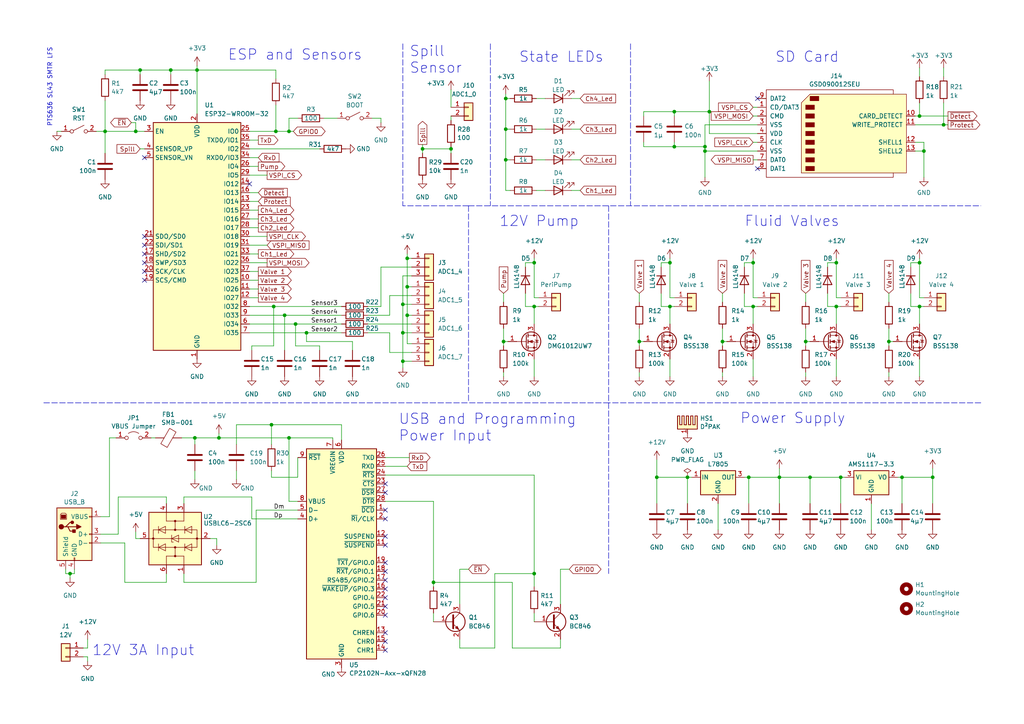
<source format=kicad_sch>
(kicad_sch (version 20230121) (generator eeschema)
  (paper "A4")
  (title_block (title "Plantomation") (date "2023-11-24") (rev "Version 1.0") (company "Synthron"))
  (junction (at 154.94 76.2))
  (junction (at 273.685 36.195))
  (junction (at 204.47 42.545))
  (junction (at 83.82 38.1))
  (junction (at 154.94 88.9))
  (junction (at 154.94 166.37))
  (junction (at 261.62 138.43))
  (junction (at 63.5 127))
  (junction (at 122.555 43.18))
  (junction (at 88.9 96.52))
  (junction (at 190.5 138.43))
  (junction (at 242.57 88.9))
  (junction (at 226.06 138.43))
  (junction (at 195.58 42.545))
  (junction (at 266.7 33.655))
  (junction (at 56.515 127))
  (junction (at 185.42 99.06))
  (junction (at 146.685 37.465))
  (junction (at 118.11 91.44))
  (junction (at 30.48 38.1))
  (junction (at 82.55 91.44))
  (junction (at 199.39 138.43))
  (junction (at 195.58 32.385))
  (junction (at 116.84 104.775))
  (junction (at 118.11 83.185))
  (junction (at 266.7 88.9))
  (junction (at 204.47 43.815))
  (junction (at 234.95 138.43))
  (junction (at 270.51 138.43))
  (junction (at 194.31 76.2))
  (junction (at 243.84 138.43))
  (junction (at 267.97 43.815))
  (junction (at 83.82 127))
  (junction (at 49.53 20.32))
  (junction (at 146.685 28.575))
  (junction (at 242.57 76.2))
  (junction (at 233.68 99.06))
  (junction (at 218.44 88.9))
  (junction (at 40.64 20.32))
  (junction (at 266.7 76.2))
  (junction (at 218.44 76.2))
  (junction (at 257.81 99.06))
  (junction (at 118.11 74.93))
  (junction (at 85.725 93.98))
  (junction (at 78.74 123.19))
  (junction (at 194.31 88.9))
  (junction (at 79.375 88.9))
  (junction (at 205.74 32.385))
  (junction (at 20.32 166.37))
  (junction (at 130.81 43.18))
  (junction (at 39.37 38.1))
  (junction (at 146.05 99.06))
  (junction (at 217.17 138.43))
  (junction (at 146.685 46.355))
  (junction (at 209.55 99.06))
  (junction (at 116.84 96.52))
  (junction (at 116.84 88.265))
  (junction (at 80.01 38.1))
  (junction (at 125.73 168.91))
  (junction (at 57.15 20.32))
  (no_connect (at 111.76 158.115))
  (no_connect (at 41.91 76.2))
  (no_connect (at 111.76 178.435))
  (no_connect (at 111.76 165.735))
  (no_connect (at 111.76 168.275))
  (no_connect (at 111.76 140.335))
  (no_connect (at 111.76 163.195))
  (no_connect (at 111.76 188.595))
  (no_connect (at 111.76 142.875))
  (no_connect (at 219.71 28.575))
  (no_connect (at 111.76 183.515))
  (no_connect (at 41.91 68.58))
  (no_connect (at 111.76 150.495))
  (no_connect (at 41.91 78.74))
  (no_connect (at 111.76 186.055))
  (no_connect (at 111.76 173.355))
  (no_connect (at 111.76 147.955))
  (no_connect (at 219.71 48.895))
  (no_connect (at 111.76 170.815))
  (no_connect (at 41.91 71.12))
  (no_connect (at 72.39 53.34))
  (no_connect (at 41.91 45.72))
  (no_connect (at 41.91 73.66))
  (no_connect (at 41.91 81.28))
  (no_connect (at 111.76 175.895))
  (no_connect (at 111.76 155.575))
  (wire (pts (xy 195.58 33.655) (xy 195.58 32.385)))
  (wire (pts (xy 273.685 36.195) (xy 265.43 36.195)))
  (wire (pts (xy 215.9 138.43) (xy 217.17 138.43)))
  (wire (pts (xy 29.21 157.48) (xy 36.195 157.48)))
  (wire (pts (xy 195.58 32.385) (xy 205.74 32.385)))
  (wire (pts (xy 30.48 29.21) (xy 30.48 38.1)))
  (wire (pts (xy 30.48 38.1) (xy 30.48 44.45)))
  (wire (pts (xy 156.21 88.9) (xy 154.94 88.9)))
  (wire (pts (xy 209.55 95.25) (xy 209.55 99.06)))
  (wire (pts (xy 146.685 55.245) (xy 146.685 46.355)))
  (wire (pts (xy 155.575 46.355) (xy 158.115 46.355)))
  (wire (pts (xy 56.515 127) (xy 56.515 128.905)))
  (wire (pts (xy 243.84 88.9) (xy 242.57 88.9)))
  (wire (pts (xy 88.9 99.06) (xy 88.9 96.52)))
  (wire (pts (xy 111.76 132.715) (xy 118.745 132.715)))
  (wire (pts (xy 165.735 28.575) (xy 168.275 28.575)))
  (wire (pts (xy 25.4 187.96) (xy 25.4 185.42)))
  (wire (pts (xy 194.31 74.93) (xy 194.31 76.2)))
  (wire (pts (xy 190.5 133.35) (xy 190.5 138.43)))
  (wire (pts (xy 57.15 19.05) (xy 57.15 20.32)))
  (wire (pts (xy 218.44 31.115) (xy 219.71 31.115)))
  (wire (pts (xy 39.37 156.21) (xy 40.64 156.21)))
  (wire (pts (xy 152.4 76.2) (xy 154.94 76.2)))
  (wire (pts (xy 116.84 104.775) (xy 119.38 104.775)))
  (wire (pts (xy 146.05 95.25) (xy 146.05 99.06)))
  (wire (pts (xy 73.025 100.33) (xy 79.375 100.33)))
  (wire (pts (xy 72.39 68.58) (xy 77.47 68.58)))
  (wire (pts (xy 215.9 76.2) (xy 218.44 76.2)))
  (wire (pts (xy 205.74 23.495) (xy 205.74 32.385)))
  (wire (pts (xy 78.74 123.19) (xy 78.74 128.905)))
  (wire (pts (xy 270.51 135.89) (xy 270.51 138.43)))
  (wire (pts (xy 122.555 41.91) (xy 122.555 43.18)))
  (wire (pts (xy 133.35 185.42) (xy 133.35 187.96)))
  (wire (pts (xy 86.36 138.43) (xy 86.36 132.715)))
  (wire (pts (xy 31.75 127) (xy 33.655 127)))
  (wire (pts (xy 257.81 99.06) (xy 259.08 99.06)))
  (wire (pts (xy 72.39 50.8) (xy 77.47 50.8)))
  (wire (pts (xy 86.36 145.415) (xy 83.82 145.415)))
  (wire (pts (xy 79.375 88.9) (xy 99.06 88.9)))
  (wire (pts (xy 218.44 86.36) (xy 219.71 86.36)))
  (wire (pts (xy 99.06 96.52) (xy 88.9 96.52)))
  (wire (pts (xy 92.71 101.6) (xy 92.71 100.33)))
  (wire (pts (xy 118.11 83.185) (xy 118.11 91.44)))
  (wire (pts (xy 146.685 28.575) (xy 146.685 27.305)))
  (wire (pts (xy 53.34 144.145) (xy 53.34 146.05)))
  (wire (pts (xy 72.39 63.5) (xy 74.93 63.5)))
  (wire (pts (xy 267.97 41.275) (xy 265.43 41.275)))
  (wire (pts (xy 204.47 51.435) (xy 204.47 43.815)))
  (wire (pts (xy 205.74 32.385) (xy 205.74 38.735)))
  (polyline (pts (xy 176.53 116.84) (xy 176.53 166.37)) (stroke (width 0) (type dash)))
  (polyline (pts (xy 176.53 59.69) (xy 176.53 116.84)) (stroke (width 0) (type dash)))
  (wire (pts (xy 257.81 85.09) (xy 257.81 87.63)))
  (wire (pts (xy 43.815 127) (xy 45.085 127)))
  (wire (pts (xy 111.76 135.255) (xy 118.11 135.255)))
  (wire (pts (xy 130.81 26.035) (xy 130.81 31.115)))
  (wire (pts (xy 165.735 55.245) (xy 168.275 55.245)))
  (wire (pts (xy 215.9 77.47) (xy 215.9 76.2)))
  (wire (pts (xy 34.29 154.94) (xy 29.21 154.94)))
  (wire (pts (xy 113.03 91.44) (xy 106.68 91.44)))
  (wire (pts (xy 72.39 73.66) (xy 74.93 73.66)))
  (wire (pts (xy 233.68 109.22) (xy 233.68 107.95)))
  (wire (pts (xy 191.77 76.2) (xy 194.31 76.2)))
  (wire (pts (xy 82.55 91.44) (xy 72.39 91.44)))
  (wire (pts (xy 48.26 166.37) (xy 48.26 168.91)))
  (polyline (pts (xy 135.89 59.69) (xy 116.84 59.69)) (stroke (width 0) (type dash)))
  (wire (pts (xy 52.705 127) (xy 56.515 127)))
  (polyline (pts (xy 12.7 116.84) (xy 176.53 116.84)) (stroke (width 0) (type dash)))
  (wire (pts (xy 133.35 187.96) (xy 143.51 187.96)))
  (wire (pts (xy 34.29 154.94) (xy 34.29 144.145)))
  (wire (pts (xy 273.685 19.685) (xy 273.685 22.225)))
  (wire (pts (xy 185.42 99.06) (xy 185.42 100.33)))
  (wire (pts (xy 118.11 74.93) (xy 119.38 74.93)))
  (wire (pts (xy 143.51 166.37) (xy 154.94 166.37)))
  (wire (pts (xy 195.58 88.9) (xy 194.31 88.9)))
  (wire (pts (xy 219.71 36.195) (xy 204.47 36.195)))
  (wire (pts (xy 267.97 43.815) (xy 267.97 41.275)))
  (polyline (pts (xy 116.84 12.7) (xy 116.84 59.69)) (stroke (width 0) (type dash)))
  (wire (pts (xy 72.39 60.96) (xy 74.93 60.96)))
  (wire (pts (xy 72.39 45.72) (xy 74.93 45.72)))
  (wire (pts (xy 267.97 88.9) (xy 266.7 88.9)))
  (wire (pts (xy 266.7 86.36) (xy 267.97 86.36)))
  (wire (pts (xy 72.39 66.04) (xy 74.93 66.04)))
  (wire (pts (xy 209.55 99.06) (xy 209.55 100.33)))
  (wire (pts (xy 56.515 136.525) (xy 56.515 139.065)))
  (wire (pts (xy 215.9 88.9) (xy 218.44 88.9)))
  (wire (pts (xy 215.9 85.09) (xy 215.9 88.9)))
  (wire (pts (xy 78.74 136.525) (xy 78.74 138.43)))
  (wire (pts (xy 48.26 144.145) (xy 48.26 146.05)))
  (wire (pts (xy 146.685 46.355) (xy 147.955 46.355)))
  (wire (pts (xy 72.39 38.1) (xy 80.01 38.1)))
  (wire (pts (xy 146.685 28.575) (xy 147.955 28.575)))
  (wire (pts (xy 186.69 42.545) (xy 195.58 42.545)))
  (wire (pts (xy 185.42 85.09) (xy 185.42 87.63)))
  (wire (pts (xy 125.73 168.91) (xy 125.73 145.415)))
  (wire (pts (xy 118.11 73.66) (xy 118.11 74.93)))
  (wire (pts (xy 99.06 91.44) (xy 82.55 91.44)))
  (wire (pts (xy 186.69 32.385) (xy 195.58 32.385)))
  (wire (pts (xy 113.03 85.725) (xy 113.03 91.44)))
  (wire (pts (xy 130.81 43.18) (xy 122.555 43.18)))
  (wire (pts (xy 62.865 156.21) (xy 62.865 158.115)))
  (wire (pts (xy 154.94 76.2) (xy 154.94 86.36)))
  (wire (pts (xy 155.575 37.465) (xy 158.115 37.465)))
  (wire (pts (xy 152.4 88.9) (xy 154.94 88.9)))
  (wire (pts (xy 80.01 22.86) (xy 80.01 20.32)))
  (wire (pts (xy 257.81 99.06) (xy 257.81 100.33)))
  (wire (pts (xy 194.31 76.2) (xy 194.31 86.36)))
  (wire (pts (xy 118.11 91.44) (xy 119.38 91.44)))
  (wire (pts (xy 162.56 165.1) (xy 162.56 175.26)))
  (wire (pts (xy 270.51 146.05) (xy 270.51 138.43)))
  (wire (pts (xy 162.56 185.42) (xy 162.56 187.96)))
  (wire (pts (xy 118.11 83.185) (xy 119.38 83.185)))
  (wire (pts (xy 242.57 86.36) (xy 243.84 86.36)))
  (wire (pts (xy 113.03 102.235) (xy 113.03 96.52)))
  (wire (pts (xy 29.21 149.86) (xy 31.75 149.86)))
  (wire (pts (xy 194.31 109.22) (xy 194.31 104.14)))
  (wire (pts (xy 57.15 20.32) (xy 57.15 33.02)))
  (wire (pts (xy 240.03 88.9) (xy 242.57 88.9)))
  (polyline (pts (xy 135.89 59.69) (xy 135.89 116.205)) (stroke (width 0) (type dash)))
  (wire (pts (xy 243.84 138.43) (xy 245.11 138.43)))
  (wire (pts (xy 40.64 43.18) (xy 41.91 43.18)))
  (wire (pts (xy 24.13 187.96) (xy 25.4 187.96)))
  (wire (pts (xy 209.55 85.09) (xy 209.55 87.63)))
  (wire (pts (xy 265.43 43.815) (xy 267.97 43.815)))
  (wire (pts (xy 204.47 42.545) (xy 204.47 43.815)))
  (wire (pts (xy 92.71 100.33) (xy 85.725 100.33)))
  (wire (pts (xy 130.81 43.18) (xy 130.81 44.45)))
  (wire (pts (xy 88.9 96.52) (xy 72.39 96.52)))
  (wire (pts (xy 27.94 38.1) (xy 30.48 38.1)))
  (wire (pts (xy 218.44 88.9) (xy 218.44 93.98)))
  (wire (pts (xy 154.94 86.36) (xy 156.21 86.36)))
  (wire (pts (xy 85.725 100.33) (xy 85.725 93.98)))
  (wire (pts (xy 146.685 37.465) (xy 146.685 28.575)))
  (wire (pts (xy 205.74 38.735) (xy 219.71 38.735)))
  (wire (pts (xy 125.73 177.8) (xy 125.73 180.34)))
  (wire (pts (xy 146.685 37.465) (xy 147.955 37.465)))
  (wire (pts (xy 273.685 29.845) (xy 273.685 36.195)))
  (wire (pts (xy 99.06 127.635) (xy 99.06 123.19)))
  (wire (pts (xy 190.5 138.43) (xy 190.5 146.05)))
  (wire (pts (xy 73.025 150.495) (xy 86.36 150.495)))
  (wire (pts (xy 191.77 77.47) (xy 191.77 76.2)))
  (wire (pts (xy 135.89 165.1) (xy 133.35 165.1)))
  (wire (pts (xy 116.84 88.265) (xy 116.84 96.52)))
  (wire (pts (xy 218.44 41.275) (xy 219.71 41.275)))
  (wire (pts (xy 154.94 166.37) (xy 154.94 137.795)))
  (wire (pts (xy 20.32 166.37) (xy 21.59 166.37)))
  (wire (pts (xy 217.17 138.43) (xy 217.17 146.05)))
  (wire (pts (xy 82.55 91.44) (xy 82.55 101.6)))
  (wire (pts (xy 185.42 99.06) (xy 186.69 99.06)))
  (wire (pts (xy 80.01 38.1) (xy 83.82 38.1)))
  (wire (pts (xy 78.74 138.43) (xy 86.36 138.43)))
  (polyline (pts (xy 182.88 12.7) (xy 182.88 59.69)) (stroke (width 0) (type dash)))
  (wire (pts (xy 233.68 85.09) (xy 233.68 87.63)))
  (wire (pts (xy 96.52 127.635) (xy 96.52 127)))
  (wire (pts (xy 266.7 29.845) (xy 266.7 33.655)))
  (wire (pts (xy 93.98 34.29) (xy 97.79 34.29)))
  (wire (pts (xy 208.28 146.05) (xy 208.28 153.67)))
  (wire (pts (xy 273.685 36.195) (xy 274.955 36.195)))
  (wire (pts (xy 130.81 33.655) (xy 130.81 34.925)))
  (wire (pts (xy 72.39 76.2) (xy 77.47 76.2)))
  (wire (pts (xy 21.59 166.37) (xy 21.59 165.1)))
  (wire (pts (xy 116.84 96.52) (xy 116.84 104.775)))
  (wire (pts (xy 74.295 168.91) (xy 53.34 168.91)))
  (wire (pts (xy 185.42 95.25) (xy 185.42 99.06)))
  (wire (pts (xy 78.74 123.19) (xy 68.58 123.19)))
  (wire (pts (xy 125.73 145.415) (xy 111.76 145.415)))
  (wire (pts (xy 72.39 40.64) (xy 74.93 40.64)))
  (wire (pts (xy 240.03 85.09) (xy 240.03 88.9)))
  (wire (pts (xy 106.68 93.98) (xy 119.38 93.98)))
  (wire (pts (xy 226.06 138.43) (xy 226.06 135.89)))
  (wire (pts (xy 19.05 165.1) (xy 19.05 166.37)))
  (wire (pts (xy 72.39 71.12) (xy 77.47 71.12)))
  (wire (pts (xy 118.11 91.44) (xy 118.11 99.695)))
  (wire (pts (xy 72.39 78.74) (xy 74.93 78.74)))
  (wire (pts (xy 96.52 127) (xy 83.82 127)))
  (wire (pts (xy 86.36 34.29) (xy 83.82 34.29)))
  (wire (pts (xy 83.82 38.1) (xy 85.09 38.1)))
  (wire (pts (xy 72.39 86.36) (xy 74.93 86.36)))
  (wire (pts (xy 57.15 20.32) (xy 49.53 20.32)))
  (wire (pts (xy 264.16 88.9) (xy 266.7 88.9)))
  (wire (pts (xy 155.575 55.245) (xy 158.115 55.245)))
  (wire (pts (xy 130.81 42.545) (xy 130.81 43.18)))
  (wire (pts (xy 73.025 150.495) (xy 73.025 144.145)))
  (wire (pts (xy 116.84 88.265) (xy 119.38 88.265)))
  (wire (pts (xy 122.555 43.18) (xy 122.555 44.45)))
  (wire (pts (xy 110.49 35.56) (xy 110.49 34.29)))
  (wire (pts (xy 240.03 77.47) (xy 240.03 76.2)))
  (wire (pts (xy 233.68 99.06) (xy 233.68 100.33)))
  (wire (pts (xy 19.05 166.37) (xy 20.32 166.37)))
  (wire (pts (xy 252.73 146.05) (xy 252.73 153.67)))
  (wire (pts (xy 266.7 33.655) (xy 265.43 33.655)))
  (wire (pts (xy 154.94 88.9) (xy 154.94 93.98)))
  (wire (pts (xy 53.34 168.91) (xy 53.34 166.37)))
  (wire (pts (xy 80.01 20.32) (xy 57.15 20.32)))
  (wire (pts (xy 261.62 138.43) (xy 270.51 138.43)))
  (wire (pts (xy 72.39 55.88) (xy 74.93 55.88)))
  (wire (pts (xy 146.685 55.245) (xy 147.955 55.245)))
  (wire (pts (xy 209.55 99.06) (xy 210.82 99.06)))
  (wire (pts (xy 191.77 85.09) (xy 191.77 88.9)))
  (wire (pts (xy 186.69 33.655) (xy 186.69 32.385)))
  (polyline (pts (xy 142.24 12.7) (xy 142.24 59.69)) (stroke (width 0) (type dash)))
  (wire (pts (xy 146.05 109.22) (xy 146.05 107.95)))
  (wire (pts (xy 38.1 35.56) (xy 39.37 35.56)))
  (wire (pts (xy 63.5 125.73) (xy 63.5 127)))
  (wire (pts (xy 194.31 86.36) (xy 195.58 86.36)))
  (wire (pts (xy 233.68 99.06) (xy 234.95 99.06)))
  (wire (pts (xy 110.49 77.47) (xy 110.49 88.9)))
  (wire (pts (xy 218.44 46.355) (xy 219.71 46.355)))
  (wire (pts (xy 218.44 109.22) (xy 218.44 104.14)))
  (wire (pts (xy 243.84 138.43) (xy 243.84 146.05)))
  (wire (pts (xy 191.77 88.9) (xy 194.31 88.9)))
  (wire (pts (xy 118.11 99.695) (xy 119.38 99.695)))
  (wire (pts (xy 165.735 37.465) (xy 168.275 37.465)))
  (wire (pts (xy 261.62 138.43) (xy 260.35 138.43)))
  (wire (pts (xy 152.4 85.09) (xy 152.4 88.9)))
  (wire (pts (xy 264.16 76.2) (xy 266.7 76.2)))
  (wire (pts (xy 72.39 83.82) (xy 74.93 83.82)))
  (polyline (pts (xy 135.89 59.69) (xy 284.48 59.69)) (stroke (width 0) (type dash)))
  (wire (pts (xy 266.7 109.22) (xy 266.7 104.14)))
  (wire (pts (xy 218.44 74.93) (xy 218.44 76.2)))
  (wire (pts (xy 68.58 136.525) (xy 68.58 139.065)))
  (wire (pts (xy 261.62 146.05) (xy 261.62 138.43)))
  (wire (pts (xy 219.71 88.9) (xy 218.44 88.9)))
  (wire (pts (xy 199.39 146.05) (xy 199.39 138.43)))
  (wire (pts (xy 79.375 100.33) (xy 79.375 88.9)))
  (wire (pts (xy 72.39 93.98) (xy 85.725 93.98)))
  (polyline (pts (xy 284.48 116.84) (xy 176.53 116.84)) (stroke (width 0) (type dash)))
  (wire (pts (xy 218.44 33.655) (xy 219.71 33.655)))
  (wire (pts (xy 266.7 19.685) (xy 266.7 22.225)))
  (wire (pts (xy 154.94 170.18) (xy 154.94 166.37)))
  (wire (pts (xy 99.06 123.19) (xy 78.74 123.19)))
  (wire (pts (xy 154.94 137.795) (xy 111.76 137.795)))
  (wire (pts (xy 148.59 187.96) (xy 148.59 168.91)))
  (wire (pts (xy 60.96 156.21) (xy 62.865 156.21)))
  (wire (pts (xy 146.05 85.09) (xy 146.05 87.63)))
  (wire (pts (xy 83.82 145.415) (xy 83.82 127)))
  (wire (pts (xy 242.57 76.2) (xy 242.57 86.36)))
  (wire (pts (xy 218.44 76.2) (xy 218.44 86.36)))
  (wire (pts (xy 242.57 74.93) (xy 242.57 76.2)))
  (wire (pts (xy 148.59 168.91) (xy 125.73 168.91)))
  (wire (pts (xy 154.94 74.93) (xy 154.94 76.2)))
  (wire (pts (xy 119.38 102.235) (xy 113.03 102.235)))
  (wire (pts (xy 266.7 74.93) (xy 266.7 76.2)))
  (wire (pts (xy 217.17 138.43) (xy 226.06 138.43)))
  (wire (pts (xy 155.575 28.575) (xy 158.115 28.575)))
  (wire (pts (xy 36.195 168.91) (xy 48.26 168.91)))
  (wire (pts (xy 31.75 149.86) (xy 31.75 127)))
  (wire (pts (xy 257.81 95.25) (xy 257.81 99.06)))
  (wire (pts (xy 30.48 20.32) (xy 30.48 21.59)))
  (wire (pts (xy 102.235 101.6) (xy 102.235 99.06)))
  (wire (pts (xy 17.78 38.1) (xy 16.51 38.1)))
  (wire (pts (xy 63.5 127) (xy 83.82 127)))
  (wire (pts (xy 113.03 96.52) (xy 106.68 96.52)))
  (wire (pts (xy 185.42 109.22) (xy 185.42 107.95)))
  (wire (pts (xy 143.51 187.96) (xy 143.51 166.37)))
  (wire (pts (xy 267.97 51.435) (xy 267.97 43.815)))
  (wire (pts (xy 146.685 46.355) (xy 146.685 37.465)))
  (wire (pts (xy 119.38 77.47) (xy 110.49 77.47)))
  (wire (pts (xy 226.06 138.43) (xy 234.95 138.43)))
  (wire (pts (xy 72.39 81.28) (xy 74.93 81.28)))
  (wire (pts (xy 234.95 138.43) (xy 234.95 146.05)))
  (wire (pts (xy 264.16 85.09) (xy 264.16 88.9)))
  (wire (pts (xy 233.68 95.25) (xy 233.68 99.06)))
  (wire (pts (xy 146.05 99.06) (xy 146.05 100.33)))
  (wire (pts (xy 39.37 35.56) (xy 39.37 38.1)))
  (wire (pts (xy 74.295 147.955) (xy 74.295 168.91)))
  (wire (pts (xy 92.71 43.18) (xy 72.39 43.18)))
  (wire (pts (xy 165.735 46.355) (xy 168.275 46.355)))
  (wire (pts (xy 204.47 36.195) (xy 204.47 42.545)))
  (wire (pts (xy 116.84 80.01) (xy 119.38 80.01)))
  (wire (pts (xy 204.47 43.815) (xy 219.71 43.815)))
  (wire (pts (xy 242.57 109.22) (xy 242.57 104.14)))
  (wire (pts (xy 39.37 154.305) (xy 39.37 156.21)))
  (wire (pts (xy 209.55 109.22) (xy 209.55 107.95)))
  (wire (pts (xy 20.32 166.37) (xy 20.32 167.64)))
  (wire (pts (xy 194.31 88.9) (xy 194.31 93.98)))
  (wire (pts (xy 49.53 20.32) (xy 40.64 20.32)))
  (wire (pts (xy 110.49 88.9) (xy 106.68 88.9)))
  (wire (pts (xy 118.11 74.93) (xy 118.11 83.185)))
  (wire (pts (xy 119.38 85.725) (xy 113.03 85.725)))
  (wire (pts (xy 154.94 109.22) (xy 154.94 104.14)))
  (wire (pts (xy 73.025 101.6) (xy 73.025 100.33)))
  (wire (pts (xy 190.5 138.43) (xy 199.39 138.43)))
  (wire (pts (xy 83.82 34.29) (xy 83.82 38.1)))
  (wire (pts (xy 242.57 88.9) (xy 242.57 93.98)))
  (wire (pts (xy 154.94 177.8) (xy 154.94 180.34)))
  (wire (pts (xy 53.34 144.145) (xy 73.025 144.145)))
  (wire (pts (xy 116.84 88.265) (xy 116.84 80.01)))
  (wire (pts (xy 234.95 138.43) (xy 243.84 138.43)))
  (wire (pts (xy 240.03 76.2) (xy 242.57 76.2)))
  (wire (pts (xy 165.1 165.1) (xy 162.56 165.1)))
  (wire (pts (xy 40.64 20.32) (xy 40.64 21.59)))
  (wire (pts (xy 24.13 190.5) (xy 25.4 190.5)))
  (wire (pts (xy 34.29 144.145) (xy 48.26 144.145)))
  (wire (pts (xy 257.81 109.22) (xy 257.81 107.95)))
  (wire (pts (xy 102.235 99.06) (xy 88.9 99.06)))
  (wire (pts (xy 116.84 106.68) (xy 116.84 104.775)))
  (wire (pts (xy 72.39 48.26) (xy 74.93 48.26)))
  (wire (pts (xy 199.39 138.43) (xy 200.66 138.43)))
  (wire (pts (xy 195.58 41.275) (xy 195.58 42.545)))
  (wire (pts (xy 72.39 88.9) (xy 79.375 88.9)))
  (wire (pts (xy 80.01 30.48) (xy 80.01 38.1)))
  (wire (pts (xy 40.64 20.32) (xy 30.48 20.32)))
  (wire (pts (xy 85.725 93.98) (xy 99.06 93.98)))
  (wire (pts (xy 264.16 77.47) (xy 264.16 76.2)))
  (wire (pts (xy 266.7 33.655) (xy 274.955 33.655)))
  (wire (pts (xy 30.48 38.1) (xy 39.37 38.1)))
  (wire (pts (xy 116.84 96.52) (xy 119.38 96.52)))
  (wire (pts (xy 266.7 76.2) (xy 266.7 86.36)))
  (wire (pts (xy 133.35 165.1) (xy 133.35 175.26)))
  (wire (pts (xy 56.515 127) (xy 63.5 127)))
  (wire (pts (xy 86.36 147.955) (xy 74.295 147.955)))
  (wire (pts (xy 226.06 138.43) (xy 226.06 146.05)))
  (wire (pts (xy 25.4 190.5) (xy 25.4 191.77)))
  (wire (pts (xy 110.49 34.29) (xy 107.95 34.29)))
  (wire (pts (xy 36.195 157.48) (xy 36.195 168.91)))
  (wire (pts (xy 146.05 99.06) (xy 147.32 99.06)))
  (wire (pts (xy 72.39 58.42) (xy 74.93 58.42)))
  (wire (pts (xy 266.7 88.9) (xy 266.7 93.98)))
  (wire (pts (xy 162.56 187.96) (xy 148.59 187.96)))
  (wire (pts (xy 195.58 42.545) (xy 204.47 42.545)))
  (wire (pts (xy 68.58 123.19) (xy 68.58 128.905)))
  (wire (pts (xy 49.53 20.32) (xy 49.53 21.59)))
  (wire (pts (xy 125.73 170.18) (xy 125.73 168.91)))
  (wire (pts (xy 186.69 41.275) (xy 186.69 42.545)))
  (wire (pts (xy 39.37 38.1) (xy 41.91 38.1)))
  (wire (pts (xy 152.4 77.47) (xy 152.4 76.2)))
  (text "State LEDs" (at 150.495 18.415 0) (effects (font (size 3 3)) (justify left bottom)))
  (text "12V 3A Input" (at 26.67 190.5 0) (effects (font (size 3 3)) (justify left bottom)))
  (text "Fluid Valves" (at 215.9 66.04 0) (effects (font (size 3 3)) (justify left bottom)))
  (text "ESP and Sensors" (at 66.04 17.78 0) (effects (font (size 3 3)) (justify left bottom)))
  (text "12V Pump" (at 144.78 66.04 0) (effects (font (size 3 3)) (justify left bottom)))
  (text "SD Card" (at 224.79 18.415 0) (effects (font (size 3 3)) (justify left bottom)))
  (text "Power Supply" (at 214.63 123.19 0) (effects (font (size 3 3)) (justify left bottom)))
  (text "USB and Programming\nPower Input" (at 115.57 128.27 0) (effects (font (size 3 3)) (justify left bottom)))
  (text "Spill\nSensor" (at 118.745 21.59 0) (effects (font (size 3 3)) (justify left bottom)))
  (text "PTS636 SL43 SMTR LFS\n" (at 15.24 36.83 90) (effects (font (size 1.27 1.27)) (justify left bottom)))
  (label "Dp" (at 79.375 150.495 0))
  (label "Sensor2" (at 90.17 96.52 0))
  (label "Sensor3" (at 90.17 88.9 0))
  (label "Sensor1" (at 90.17 93.98 0))
  (label "Sensor4" (at 90.17 91.44 0))
  (label "Dm" (at 79.375 147.955 0))
  (global_label "VSPI_CS" (shape output) (at 77.47 50.8 0) (property "Intersheetrefs" "${INTERSHEET_REFS}" (effects hide)))
  (global_label "Ch4_Led" (shape output) (at 74.93 60.96 0) (property "Intersheetrefs" "${INTERSHEET_REFS}" (effects hide)))
  (global_label "Valve 2" (shape output) (at 74.93 81.28 0) (property "Intersheetrefs" "${INTERSHEET_REFS}" (effects hide)))
  (global_label "Spill" (shape input) (at 40.64 43.18 180) (property "Intersheetrefs" "${INTERSHEET_REFS}" (effects hide)))
  (global_label "TxD" (shape output) (at 74.93 40.64 0) (property "Intersheetrefs" "${INTERSHEET_REFS}" (effects hide)))
  (global_label "~{Protect}" (shape input) (at 74.93 58.42 0) (property "Intersheetrefs" "${INTERSHEET_REFS}" (effects hide)))
  (global_label "TxD" (shape input) (at 118.11 135.255 0) (property "Intersheetrefs" "${INTERSHEET_REFS}" (effects hide)))
  (global_label "VSPI_CLK" (shape output) (at 77.47 68.58 0) (property "Intersheetrefs" "${INTERSHEET_REFS}" (effects hide)))
  (global_label "~{Protect}" (shape output) (at 274.955 36.195 0) (property "Intersheetrefs" "${INTERSHEET_REFS}" (effects hide)))
  (global_label "RxD" (shape input) (at 74.93 45.72 0) (property "Intersheetrefs" "${INTERSHEET_REFS}" (effects hide)))
  (global_label "GPIO0" (shape bidirectional) (at 85.09 38.1 0) (property "Intersheetrefs" "${INTERSHEET_REFS}" (effects hide)))
  (global_label "VSPI_MOSI" (shape output) (at 77.47 76.2 0) (property "Intersheetrefs" "${INTERSHEET_REFS}" (effects hide)))
  (global_label "Pump" (shape input) (at 146.05 85.09 90) (property "Intersheetrefs" "${INTERSHEET_REFS}" (effects hide)))
  (global_label "Pump" (shape output) (at 74.93 48.26 0) (property "Intersheetrefs" "${INTERSHEET_REFS}" (effects hide)))
  (global_label "Valve 3" (shape input) (at 233.68 85.09 90) (property "Intersheetrefs" "${INTERSHEET_REFS}" (effects hide)))
  (global_label "VSPI_CLK" (shape input) (at 218.44 41.275 180) (property "Intersheetrefs" "${INTERSHEET_REFS}" (effects hide)))
  (global_label "VSPI_MOSI" (shape input) (at 218.44 33.655 180) (property "Intersheetrefs" "${INTERSHEET_REFS}" (effects hide)))
  (global_label "Valve 3" (shape output) (at 74.93 83.82 0) (property "Intersheetrefs" "${INTERSHEET_REFS}" (effects hide)))
  (global_label "Valve 1" (shape input) (at 185.42 85.09 90) (property "Intersheetrefs" "${INTERSHEET_REFS}" (effects hide)))
  (global_label "Ch2_Led" (shape input) (at 168.275 46.355 0) (property "Intersheetrefs" "${INTERSHEET_REFS}" (effects hide)))
  (global_label "VSPI_MISO" (shape output) (at 218.44 46.355 180) (property "Intersheetrefs" "${INTERSHEET_REFS}" (effects hide)))
  (global_label "Ch1_Led" (shape output) (at 74.93 73.66 0) (property "Intersheetrefs" "${INTERSHEET_REFS}" (effects hide)))
  (global_label "~{EN}" (shape bidirectional) (at 38.1 35.56 180) (property "Intersheetrefs" "${INTERSHEET_REFS}" (effects hide)))
  (global_label "Ch3_Led" (shape output) (at 74.93 63.5 0) (property "Intersheetrefs" "${INTERSHEET_REFS}" (effects hide)))
  (global_label "RxD" (shape output) (at 118.745 132.715 0) (property "Intersheetrefs" "${INTERSHEET_REFS}" (effects hide)))
  (global_label "Valve 4" (shape input) (at 257.81 85.09 90) (property "Intersheetrefs" "${INTERSHEET_REFS}" (effects hide)))
  (global_label "Ch2_Led" (shape output) (at 74.93 66.04 0) (property "Intersheetrefs" "${INTERSHEET_REFS}" (effects hide)))
  (global_label "Ch1_Led" (shape input) (at 168.275 55.245 0) (property "Intersheetrefs" "${INTERSHEET_REFS}" (effects hide)))
  (global_label "Valve 1" (shape output) (at 74.93 78.74 0) (property "Intersheetrefs" "${INTERSHEET_REFS}" (effects hide)))
  (global_label "Valve 4" (shape output) (at 74.93 86.36 0) (property "Intersheetrefs" "${INTERSHEET_REFS}" (effects hide)))
  (global_label "~{EN}" (shape bidirectional) (at 135.89 165.1 0) (property "Intersheetrefs" "${INTERSHEET_REFS}" (effects hide)))
  (global_label "VSPI_CS" (shape input) (at 218.44 31.115 180) (property "Intersheetrefs" "${INTERSHEET_REFS}" (effects hide)))
  (global_label "Ch3_Led" (shape input) (at 168.275 37.465 0) (property "Intersheetrefs" "${INTERSHEET_REFS}" (effects hide)))
  (global_label "~{Detect}" (shape input) (at 74.93 55.88 0) (property "Intersheetrefs" "${INTERSHEET_REFS}" (effects hide)))
  (global_label "Ch4_Led" (shape input) (at 168.275 28.575 0) (property "Intersheetrefs" "${INTERSHEET_REFS}" (effects hide)))
  (global_label "VSPI_MISO" (shape input) (at 77.47 71.12 0) (property "Intersheetrefs" "${INTERSHEET_REFS}" (effects hide)))
  (global_label "Spill" (shape output) (at 122.555 41.91 90) (property "Intersheetrefs" "${INTERSHEET_REFS}" (effects hide)))
  (global_label "Valve 2" (shape input) (at 209.55 85.09 90) (property "Intersheetrefs" "${INTERSHEET_REFS}" (effects hide)))
  (global_label "GPIO0" (shape bidirectional) (at 165.1 165.1 0) (property "Intersheetrefs" "${INTERSHEET_REFS}" (effects hide)))
  (global_label "~{Detect}" (shape output) (at 274.955 33.655 0) (property "Intersheetrefs" "${INTERSHEET_REFS}" (effects hide)))
  (symbol (lib_id "power:GND") (at 116.84 106.68 0) (unit 1)
    (property "Reference" "#PWR015" (effects hide))
    (property "Value" "GND" (at 116.84 111.76 0))
  )
  (symbol (lib_id "power:GND") (at 110.49 35.56 0) (unit 1)
    (property "Reference" "#PWR013" (effects hide))
    (property "Value" "GND" (at 110.49 40.64 0))
  )
  (symbol (lib_id "Device:R") (at 90.17 34.29 90) (unit 1)
    (property "Reference" "R3" (at 90.17 31.75 90))
    (property "Value" "100" (at 90.17 34.29 90))
    (property "Footprint" "Resistor_SMD:R_0805_2012Metric" (effects hide))
  )
  (symbol (lib_id "Device:R") (at 151.765 55.245 90) (unit 1)
    (property "Reference" "R8" (at 151.765 52.705 90))
    (property "Value" "1k" (at 151.765 55.245 90))
    (property "Footprint" "Resistor_SMD:R_0805_2012Metric" (effects hide))
  )
  (symbol (lib_id "power:+3V3") (at 57.15 19.05 0) (unit 1)
    (property "Reference" "#PWR08" (effects hide))
    (property "Value" "+3V3" (at 57.15 13.97 0))
  )
  (symbol (lib_id "Device:C") (at 243.84 149.86 0) (unit 1)
    (property "Reference" "C12" (at 246.38 148.59 0) (effects (justify left)))
    (property "Value" "100n" (at 246.38 151.13 0) (effects (justify left)))
    (property "Footprint" "Capacitor_SMD:C_0805_2012Metric" (effects hide))
  )
  (symbol (lib_id "power:+12V") (at 25.4 185.42 0) (unit 1)
    (property "Reference" "#PWR03" (effects hide))
    (property "Value" "+12V" (at 25.4 180.34 0))
  )
  (symbol (lib_id "power:GND") (at 266.7 109.22 0) (unit 1)
    (property "Reference" "#PWR048" (effects hide))
    (property "Value" "GND" (at 266.7 114.3 0))
  )
  (symbol (lib_id "power:GND") (at 130.81 52.07 0) (unit 1)
    (property "Reference" "#PWR059" (effects hide))
    (property "Value" "GND" (at 130.81 57.15 0))
  )
  (symbol (lib_id "Connector_Generic:Conn_01x02") (at 19.05 187.96 0) (mirror y) (unit 1)
    (property "Reference" "J1" (at 19.05 181.61 0))
    (property "Value" "12V" (at 19.05 184.15 0))
    (property "Footprint" "Connector_JST:JST_XH_B2B-XH-A_1x02_P2.50mm_Vertical" (effects hide))
  )
  (symbol (lib_id "Transistor_FET:BSS138") (at 152.4 99.06 0) (unit 1)
    (property "Reference" "Q2" (at 158.75 97.79 0) (effects (justify left)))
    (property "Value" "DMG1012UW7" (at 158.75 100.33 0) (effects (justify left)))
    (property "Footprint" "Package_TO_SOT_SMD:SOT-23" (effects hide))
    (property "Datasheet" "https://cdn-reichelt.de/documents/datenblatt/A200/ZETEX_DMG1012UW_ENG_TDS.pdf" (effects hide))
  )
  (symbol (lib_id "power:GND") (at 252.73 153.67 0) (unit 1)
    (property "Reference" "#PWR041" (effects hide))
    (property "Value" "GND" (at 252.73 158.75 0))
  )
  (symbol (lib_id "power:GND") (at 234.95 153.67 0) (unit 1)
    (property "Reference" "#PWR037" (effects hide))
    (property "Value" "GND" (at 234.95 158.75 0))
  )
  (symbol (lib_id "Transistor_BJT:BC846") (at 160.02 180.34 0) (unit 1)
    (property "Reference" "Q3" (at 165.1 179.07 0) (effects (justify left)))
    (property "Value" "BC846" (at 165.1 181.61 0) (effects (justify left)))
    (property "Footprint" "Package_TO_SOT_SMD:SOT-23" (effects hide))
    (property "Datasheet" "https://assets.nexperia.com/documents/data-sheet/BC846_SER.pdf" (effects hide))
  )
  (symbol (lib_id "power:GND") (at 261.62 153.67 0) (mirror y) (unit 1)
    (property "Reference" "#PWR045" (effects hide))
    (property "Value" "GND" (at 261.62 158.75 0))
  )
  (symbol (lib_id "Connector_Generic:Conn_01x02") (at 161.29 86.36 0) (unit 1)
    (property "Reference" "J7" (at 161.29 80.01 0))
    (property "Value" "PeriPump" (at 161.29 82.55 0))
    (property "Footprint" "Connector_JST:JST_XH_B2B-XH-A_1x02_P2.50mm_Vertical" (effects hide))
  )
  (symbol (lib_id "power:GND") (at 233.68 109.22 0) (unit 1)
    (property "Reference" "#PWR036" (effects hide))
    (property "Value" "GND" (at 233.68 114.3 0))
  )
  (symbol (lib_id "Diode:LL4148") (at 152.4 81.28 90) (mirror x) (unit 1)
    (property "Reference" "D5" (at 151.13 74.93 90) (effects (justify right)))
    (property "Value" "LL4148" (at 149.86 83.82 0) (effects (justify right)))
    (property "Footprint" "Diode_SMD:D_MiniMELF" (effects hide))
    (property "Datasheet" "http://www.vishay.com/docs/85557/ll4148.pdf" (effects hide))
    (property "Sim.Device" "D" (effects hide))
    (property "Sim.Pins" "1=K 2=A" (effects hide))
  )
  (symbol (lib_id "Device:C") (at 30.48 48.26 0) (mirror y) (unit 1)
    (property "Reference" "C1" (at 27.94 46.99 0) (effects (justify left)))
    (property "Value" "100n" (at 27.94 49.53 0) (effects (justify left)))
    (property "Footprint" "Capacitor_SMD:C_0805_2012Metric" (effects hide))
  )
  (symbol (lib_id "power:+5V") (at 118.11 73.66 0) (unit 1)
    (property "Reference" "#PWR016" (effects hide))
    (property "Value" "+5V" (at 118.11 68.58 0))
  )
  (symbol (lib_id "Transistor_FET:BSS138") (at 191.77 99.06 0) (unit 1)
    (property "Reference" "Q4" (at 198.12 97.79 0) (effects (justify left)))
    (property "Value" "BSS138" (at 198.12 100.33 0) (effects (justify left)))
    (property "Footprint" "Package_TO_SOT_SMD:SOT-23" (effects hide))
    (property "Datasheet" "https://www.onsemi.com/pub/Collateral/BSS138-D.PDF" (effects hide))
  )
  (symbol (lib_id "power:GND") (at 217.17 153.67 0) (mirror y) (unit 1)
    (property "Reference" "#PWR031" (effects hide))
    (property "Value" "GND" (at 217.17 158.75 0))
  )
  (symbol (lib_id "Device:C") (at 130.81 48.26 0) (unit 1)
    (property "Reference" "C20" (at 133.35 46.99 0) (effects (justify left)))
    (property "Value" "1n" (at 133.35 49.53 0) (effects (justify left)))
    (property "Footprint" "Capacitor_SMD:C_0805_2012Metric" (effects hide))
  )
  (symbol (lib_id "Device:R") (at 209.55 91.44 0) (unit 1)
    (property "Reference" "R14" (at 212.09 90.17 0) (effects (justify left)))
    (property "Value" "1k" (at 212.09 92.71 0) (effects (justify left)))
    (property "Footprint" "Resistor_SMD:R_0805_2012Metric" (effects hide))
  )
  (symbol (lib_id "power:GND") (at 209.55 109.22 0) (unit 1)
    (property "Reference" "#PWR030" (effects hide))
    (property "Value" "GND" (at 209.55 114.3 0))
  )
  (symbol (lib_id "power:+3V3") (at 273.685 19.685 0) (unit 1)
    (property "Reference" "#PWR046" (effects hide))
    (property "Value" "+3V3" (at 273.685 16.1092 0))
  )
  (symbol (lib_id "power:GND") (at 146.05 109.22 0) (unit 1)
    (property "Reference" "#PWR018" (effects hide))
    (property "Value" "GND" (at 146.05 114.3 0))
  )
  (symbol (lib_id "Device:C") (at 199.39 149.86 0) (unit 1)
    (property "Reference" "C8" (at 201.93 148.59 0) (effects (justify left)))
    (property "Value" "100n" (at 201.93 151.13 0) (effects (justify left)))
    (property "Footprint" "Capacitor_SMD:C_0805_2012Metric" (effects hide))
  )
  (symbol (lib_id "Connector_Generic:Conn_01x03") (at 124.46 93.98 0) (unit 1)
    (property "Reference" "J5" (at 127 92.71 0) (effects (justify left)))
    (property "Value" "ADC1_6" (at 127 95.25 0) (effects (justify left)))
    (property "Footprint" "Connector_JST:JST_XH_B3B-XH-A_1x03_P2.50mm_Vertical" (effects hide))
  )
  (symbol (lib_id "power:GND") (at 20.32 167.64 0) (unit 1)
    (property "Reference" "#PWR02" (effects hide))
    (property "Value" "GND" (at 20.32 172.72 0))
  )
  (symbol (lib_id "power:+5V") (at 226.06 135.89 0) (unit 1)
    (property "Reference" "#PWR034" (effects hide))
    (property "Value" "+5V" (at 226.06 130.81 0))
  )
  (symbol (lib_id "power:PWR_FLAG") (at 199.39 138.43 0) (unit 1)
    (property "Reference" "#FLG02" (effects hide))
    (property "Value" "PWR_FLAG" (at 199.39 133.35 0))
  )
  (symbol (lib_id "Device:R") (at 102.87 96.52 90) (unit 1)
    (property "Reference" "R25" (at 107.95 95.25 90))
    (property "Value" "100" (at 102.87 96.52 90))
    (property "Footprint" "Resistor_SMD:R_0805_2012Metric" (effects hide))
  )
  (symbol (lib_id "Regulator_Linear:AMS1117-3.3") (at 252.73 138.43 0) (unit 1)
    (property "Reference" "U4" (at 252.73 132.08 0))
    (property "Value" "AMS1117-3.3" (at 252.73 134.62 0))
    (property "Footprint" "Package_TO_SOT_SMD:SOT-223-3_TabPin2" (effects hide))
    (property "Datasheet" "http://www.advanced-monolithic.com/pdf/ds1117.pdf" (effects hide))
  )
  (symbol (lib_id "power:GND") (at 99.06 193.675 0) (unit 1)
    (property "Reference" "#PWR012" (effects hide))
    (property "Value" "GND" (at 95.25 195.58 0))
  )
  (symbol (lib_id "Transistor_BJT:BC846") (at 130.81 180.34 0) (unit 1)
    (property "Reference" "Q1" (at 135.89 179.07 0) (effects (justify left)))
    (property "Value" "BC846" (at 135.89 181.61 0) (effects (justify left)))
    (property "Footprint" "Package_TO_SOT_SMD:SOT-23" (effects hide))
    (property "Datasheet" "https://assets.nexperia.com/documents/data-sheet/BC846_SER.pdf" (effects hide))
  )
  (symbol (lib_id "power:GND") (at 199.39 153.67 0) (unit 1)
    (property "Reference" "#PWR028" (effects hide))
    (property "Value" "GND" (at 199.39 158.75 0))
  )
  (symbol (lib_id "power:GND") (at 100.33 43.18 90) (unit 1)
    (property "Reference" "#PWR063" (effects hide))
    (property "Value" "GND" (at 105.41 43.18 90))
  )
  (symbol (lib_id "Mechanical:MountingHole") (at 262.89 170.815 0) (unit 1)
    (property "Reference" "H1" (at 265.43 169.6029 0) (effects (justify left)))
    (property "Value" "MountingHole" (at 265.43 172.0271 0) (effects (justify left)))
    (property "Footprint" "MountingHole:MountingHole_3.2mm_M3" (effects hide))
  )
  (symbol (lib_id "Device:C") (at 226.06 149.86 0) (mirror y) (unit 1)
    (property "Reference" "C10" (at 223.52 148.59 0) (effects (justify left)))
    (property "Value" "4µ7" (at 223.52 151.13 0) (effects (justify left)))
    (property "Footprint" "Capacitor_SMD:C_0805_2012Metric" (effects hide))
  )
  (symbol (lib_id "Device:C") (at 56.515 132.715 0) (unit 1)
    (property "Reference" "C4" (at 60.325 131.445 0) (effects (justify left)))
    (property "Value" "100n" (at 60.325 133.985 0) (effects (justify left)))
    (property "Footprint" "Capacitor_SMD:C_0805_2012Metric" (effects hide))
  )
  (symbol (lib_id "Device:R") (at 151.765 37.465 90) (unit 1)
    (property "Reference" "R6" (at 151.765 34.925 90))
    (property "Value" "1k" (at 151.765 37.465 90))
    (property "Footprint" "Resistor_SMD:R_0805_2012Metric" (effects hide))
  )
  (symbol (lib_id "Regulator_Linear:L7805") (at 208.28 138.43 0) (unit 1)
    (property "Reference" "U3" (at 208.28 132.08 0))
    (property "Value" "L7805" (at 208.28 134.62 0))
    (property "Footprint" "Package_TO_SOT_SMD:TO-252-2" (effects hide))
    (property "Datasheet" "http://www.st.com/content/ccc/resource/technical/document/datasheet/41/4f/b3/b0/12/d4/47/88/CD00000444.pdf/files/CD00000444.pdf/jcr:content/translations/en.CD00000444.pdf" (effects hide))
  )
  (symbol (lib_id "Device:R") (at 30.48 25.4 0) (unit 1)
    (property "Reference" "R1" (at 32.258 24.1879 0) (effects (justify left)))
    (property "Value" "4k7" (at 32.258 26.6121 0) (effects (justify left)))
    (property "Footprint" "Resistor_SMD:R_0805_2012Metric" (effects hide))
  )
  (symbol (lib_id "power:GND") (at 242.57 109.22 0) (unit 1)
    (property "Reference" "#PWR039" (effects hide))
    (property "Value" "GND" (at 242.57 114.3 0))
  )
  (symbol (lib_id "power:GND") (at 154.94 109.22 0) (unit 1)
    (property "Reference" "#PWR020" (effects hide))
    (property "Value" "GND" (at 154.94 114.3 0))
  )
  (symbol (lib_id "Device:R") (at 102.87 88.9 90) (unit 1)
    (property "Reference" "R22" (at 107.95 87.63 90))
    (property "Value" "100" (at 102.87 88.9 90))
    (property "Footprint" "Resistor_SMD:R_0805_2012Metric" (effects hide))
  )
  (symbol (lib_id "power:GND") (at 190.5 153.67 0) (unit 1)
    (property "Reference" "#PWR024" (effects hide))
    (property "Value" "GND" (at 190.5 158.75 0))
  )
  (symbol (lib_id "Connector:SD_Card") (at 242.57 38.735 0) (unit 1)
    (property "Reference" "J14" (at 242.57 22.0177 0))
    (property "Value" "GSD090012SEU " (at 242.57 24.4419 0))
    (property "Footprint" "eigene:GSD090012SEU" (effects hide))
    (property "Datasheet" "https://www.amphenol-cs.com/media/wysiwyg/files/drawing/gsd09001xseu.pdf" (effects hide))
  )
  (symbol (lib_id "power:GND") (at 25.4 191.77 0) (unit 1)
    (property "Reference" "#PWR04" (effects hide))
    (property "Value" "GND" (at 25.4 196.85 0))
  )
  (symbol (lib_id "power:+12V") (at 190.5 133.35 0) (unit 1)
    (property "Reference" "#PWR023" (effects hide))
    (property "Value" "+12V" (at 190.5 128.27 0))
  )
  (symbol (lib_id "Device:LED") (at 161.925 55.245 180) (unit 1)
    (property "Reference" "D4" (at 161.925 50.165 0))
    (property "Value" "LED" (at 161.925 52.705 0))
    (property "Footprint" "LED_SMD:LED_0805_2012Metric" (effects hide))
  )
  (symbol (lib_id "power:+12V") (at 266.7 74.93 0) (unit 1)
    (property "Reference" "#PWR047" (effects hide))
    (property "Value" "+12V" (at 266.7 69.85 0))
  )
  (symbol (lib_id "Device:C") (at 195.58 37.465 0) (unit 1)
    (property "Reference" "C6" (at 198.501 36.6303 0) (effects (justify left)))
    (property "Value" "100n" (at 198.501 39.1672 0) (effects (justify left)))
    (property "Footprint" "Capacitor_SMD:C_0805_2012Metric" (effects hide))
  )
  (symbol (lib_id "Device:R") (at 78.74 132.715 0) (unit 1)
    (property "Reference" "R30" (at 80.01 131.445 0) (effects (justify left)))
    (property "Value" "1k" (at 80.01 133.985 0) (effects (justify left)))
    (property "Footprint" "Resistor_SMD:R_0805_2012Metric" (effects hide))
  )
  (symbol (lib_id "power:GND") (at 57.15 104.14 0) (unit 1)
    (property "Reference" "#PWR09" (effects hide))
    (property "Value" "GND" (at 57.15 109.22 0))
  )
  (symbol (lib_id "Device:R") (at 146.05 91.44 0) (unit 1)
    (property "Reference" "R9" (at 148.59 90.17 0) (effects (justify left)))
    (property "Value" "1k" (at 148.59 92.71 0) (effects (justify left)))
    (property "Footprint" "Resistor_SMD:R_0805_2012Metric" (effects hide))
  )
  (symbol (lib_id "power:GND") (at 40.64 29.21 0) (unit 1)
    (property "Reference" "#PWR06" (effects hide))
    (property "Value" "GND" (at 40.64 34.29 0))
  )
  (symbol (lib_id "Device:R") (at 185.42 104.14 0) (unit 1)
    (property "Reference" "R13" (at 187.96 102.87 0) (effects (justify left)))
    (property "Value" "100k" (at 187.96 105.41 0) (effects (justify left)))
    (property "Footprint" "Resistor_SMD:R_0805_2012Metric" (effects hide))
  )
  (symbol (lib_id "Transistor_FET:BSS138") (at 264.16 99.06 0) (unit 1)
    (property "Reference" "Q7" (at 270.51 97.79 0) (effects (justify left)))
    (property "Value" "BSS138" (at 270.51 100.33 0) (effects (justify left)))
    (property "Footprint" "Package_TO_SOT_SMD:SOT-23" (effects hide))
    (property "Datasheet" "https://www.onsemi.com/pub/Collateral/BSS138-D.PDF" (effects hide))
  )
  (symbol (lib_id "power:GND") (at 218.44 109.22 0) (unit 1)
    (property "Reference" "#PWR033" (effects hide))
    (property "Value" "GND" (at 218.44 114.3 0))
  )
  (symbol (lib_id "power:+12V") (at 218.44 74.93 0) (unit 1)
    (property "Reference" "#PWR032" (effects hide))
    (property "Value" "+12V" (at 218.44 69.85 0))
  )
  (symbol (lib_id "power:GND") (at 194.31 109.22 0) (unit 1)
    (property "Reference" "#PWR027" (effects hide))
    (property "Value" "GND" (at 194.31 114.3 0))
  )
  (symbol (lib_id "Device:C") (at 186.69 37.465 0) (unit 1)
    (property "Reference" "C5" (at 189.611 36.6303 0) (effects (justify left)))
    (property "Value" "1µ" (at 189.611 39.1672 0) (effects (justify left)))
    (property "Footprint" "Capacitor_SMD:C_0805_2012Metric" (effects hide))
  )
  (symbol (lib_id "Connector_Generic:Conn_01x03") (at 124.46 102.235 0) (unit 1)
    (property "Reference" "J6" (at 127 100.965 0) (effects (justify left)))
    (property "Value" "ADC1_7" (at 127 103.505 0) (effects (justify left)))
    (property "Footprint" "Connector_JST:JST_XH_B3B-XH-A_1x03_P2.50mm_Vertical" (effects hide))
  )
  (symbol (lib_id "power:GND") (at 270.51 153.67 0) (mirror y) (unit 1)
    (property "Reference" "#PWR050" (effects hide))
    (property "Value" "GND" (at 270.51 158.75 0))
  )
  (symbol (lib_id "Connector_Generic:Conn_01x02") (at 248.92 86.36 0) (unit 1)
    (property "Reference" "J11" (at 248.92 80.01 0))
    (property "Value" "Valve 3" (at 248.92 82.55 0))
    (property "Footprint" "Connector_JST:JST_XH_B2B-XH-A_1x02_P2.50mm_Vertical" (effects hide))
  )
  (symbol (lib_id "Device:R") (at 96.52 43.18 90) (unit 1)
    (property "Reference" "R31" (at 93.345 41.91 90) (effects (justify left)))
    (property "Value" "4k7" (at 98.425 43.18 90) (effects (justify left)))
    (property "Footprint" "Resistor_SMD:R_0805_2012Metric" (effects hide))
  )
  (symbol (lib_id "power:GND") (at 226.06 153.67 0) (mirror y) (unit 1)
    (property "Reference" "#PWR035" (effects hide))
    (property "Value" "GND" (at 226.06 158.75 0))
  )
  (symbol (lib_id "Device:R") (at 209.55 104.14 0) (unit 1)
    (property "Reference" "R15" (at 212.09 102.87 0) (effects (justify left)))
    (property "Value" "100k" (at 212.09 105.41 0) (effects (justify left)))
    (property "Footprint" "Resistor_SMD:R_0805_2012Metric" (effects hide))
  )
  (symbol (lib_id "Device:LED") (at 161.925 37.465 180) (unit 1)
    (property "Reference" "D2" (at 161.925 32.385 0))
    (property "Value" "LED" (at 161.925 34.925 0))
    (property "Footprint" "LED_SMD:LED_0805_2012Metric" (effects hide))
  )
  (symbol (lib_id "Device:C") (at 73.025 105.41 0) (unit 1)
    (property "Reference" "C15" (at 75.565 104.14 0) (effects (justify left)))
    (property "Value" "1n" (at 75.565 106.68 0) (effects (justify left)))
    (property "Footprint" "Capacitor_SMD:C_0805_2012Metric" (effects hide))
  )
  (symbol (lib_id "Connector_Generic:Conn_01x02") (at 273.05 86.36 0) (unit 1)
    (property "Reference" "J12" (at 273.05 80.01 0))
    (property "Value" "Valve 4" (at 273.05 82.55 0))
    (property "Footprint" "Connector_JST:JST_XH_B2B-XH-A_1x02_P2.50mm_Vertical" (effects hide))
  )
  (symbol (lib_id "Device:R") (at 273.685 26.035 0) (unit 1)
    (property "Reference" "R21" (at 275.463 25.2003 0) (effects (justify left)))
    (property "Value" "1k" (at 275.463 27.7372 0) (effects (justify left)))
    (property "Footprint" "Resistor_SMD:R_0805_2012Metric" (effects hide))
  )
  (symbol (lib_id "power:+3V3") (at 205.74 23.495 0) (unit 1)
    (property "Reference" "#PWR025" (effects hide))
    (property "Value" "+3V3" (at 205.74 19.9192 0))
  )
  (symbol (lib_id "Device:R") (at 102.87 93.98 90) (unit 1)
    (property "Reference" "R24" (at 107.95 92.71 90))
    (property "Value" "100" (at 102.87 93.98 90))
    (property "Footprint" "Resistor_SMD:R_0805_2012Metric" (effects hide))
  )
  (symbol (lib_id "power:GND") (at 49.53 29.21 0) (unit 1)
    (property "Reference" "#PWR07" (effects hide))
    (property "Value" "GND" (at 49.53 34.29 0))
  )
  (symbol (lib_id "Device:FerriteBead") (at 48.895 127 90) (unit 1)
    (property "Reference" "FB1" (at 48.8442 120.2141 90))
    (property "Value" "SMB-001" (at 51.435 122.555 90))
    (property "Footprint" "eigene:SMB-002" (effects hide))
  )
  (symbol (lib_id "power:GND") (at 267.97 51.435 0) (unit 1)
    (property "Reference" "#PWR042" (effects hide))
    (property "Value" "GND" (at 267.97 55.8784 0))
  )
  (symbol (lib_id "Interface_USB:CP2102N-Axx-xQFN28") (at 99.06 160.655 0) (unit 1)
    (property "Reference" "U5" (at 101.2541 192.8551 0) (effects (justify left)))
    (property "Value" "CP2102N-Axx-xQFN28" (at 101.2541 195.2793 0) (effects (justify left)))
    (property "Footprint" "Package_DFN_QFN:QFN-28-1EP_5x5mm_P0.5mm_EP3.35x3.35mm" (effects hide))
    (property "Datasheet" "https://www.silabs.com/documents/public/data-sheets/cp2102n-datasheet.pdf" (effects hide))
  )
  (symbol (lib_id "Device:C") (at 261.62 149.86 0) (mirror y) (unit 1)
    (property "Reference" "C13" (at 259.08 148.59 0) (effects (justify left)))
    (property "Value" "100n" (at 259.08 151.13 0) (effects (justify left)))
    (property "Footprint" "Capacitor_SMD:C_0805_2012Metric" (effects hide))
  )
  (symbol (lib_id "power:+3V3") (at 270.51 135.89 0) (unit 1)
    (property "Reference" "#PWR049" (effects hide))
    (property "Value" "+3V3" (at 270.51 130.81 0))
  )
  (symbol (lib_id "power:GND") (at 73.025 109.22 0) (unit 1)
    (property "Reference" "#PWR051" (effects hide))
    (property "Value" "GND" (at 73.025 114.3 0))
  )
  (symbol (lib_id "Switch:SW_SPST") (at 102.87 34.29 0) (unit 1)
    (property "Reference" "SW2" (at 102.87 27.94 0))
    (property "Value" "BOOT" (at 102.87 30.48 0))
    (property "Footprint" "Button_Switch_SMD:SW_Tactile_SPST_NO_Straight_CK_PTS636Sx25SMTRLFS" (effects hide))
  )
  (symbol (lib_id "Device:C") (at 217.17 149.86 0) (mirror y) (unit 1)
    (property "Reference" "C9" (at 214.63 148.59 0) (effects (justify left)))
    (property "Value" "100n" (at 214.63 151.13 0) (effects (justify left)))
    (property "Footprint" "Capacitor_SMD:C_0805_2012Metric" (effects hide))
  )
  (symbol (lib_id "Device:LED") (at 161.925 28.575 180) (unit 1)
    (property "Reference" "D1" (at 161.925 23.495 0))
    (property "Value" "LED" (at 161.925 26.035 0))
    (property "Footprint" "LED_SMD:LED_0805_2012Metric" (effects hide))
  )
  (symbol (lib_id "Device:R") (at 151.765 28.575 90) (unit 1)
    (property "Reference" "R5" (at 151.765 26.035 90))
    (property "Value" "1k" (at 151.765 28.575 90))
    (property "Footprint" "Resistor_SMD:R_0805_2012Metric" (effects hide))
  )
  (symbol (lib_id "Power_Protection:USBLC6-2SC6") (at 50.8 156.21 90) (unit 1)
    (property "Reference" "U2" (at 60.325 149.86 90))
    (property "Value" "USBLC6-2SC6" (at 66.04 151.765 90))
    (property "Footprint" "Package_TO_SOT_SMD:SOT-23-6" (effects hide))
    (property "Datasheet" "https://www.st.com/resource/en/datasheet/usblc6-2.pdf" (effects hide))
  )
  (symbol (lib_id "Diode:LL4148") (at 191.77 81.28 90) (mirror x) (unit 1)
    (property "Reference" "D6" (at 190.5 74.93 90) (effects (justify right)))
    (property "Value" "LL4148" (at 189.23 83.82 0) (effects (justify right)))
    (property "Footprint" "Diode_SMD:D_MiniMELF" (effects hide))
    (property "Datasheet" "http://www.vishay.com/docs/85557/ll4148.pdf" (effects hide))
    (property "Sim.Device" "D" (effects hide))
    (property "Sim.Pins" "1=K 2=A" (effects hide))
  )
  (symbol (lib_id "power:+5V") (at 63.5 125.73 0) (unit 1)
    (property "Reference" "#PWR010" (effects hide))
    (property "Value" "+5V" (at 63.5 120.65 0))
  )
  (symbol (lib_id "Connector_Generic:Conn_01x03") (at 124.46 77.47 0) (unit 1)
    (property "Reference" "J3" (at 127 76.2 0) (effects (justify left)))
    (property "Value" "ADC1_4" (at 127 78.74 0) (effects (justify left)))
    (property "Footprint" "Connector_JST:JST_XH_B3B-XH-A_1x03_P2.50mm_Vertical" (effects hide))
  )
  (symbol (lib_id "Device:C") (at 92.71 105.41 0) (unit 1)
    (property "Reference" "C17" (at 95.25 104.14 0) (effects (justify left)))
    (property "Value" "1n" (at 95.25 106.68 0) (effects (justify left)))
    (property "Footprint" "Capacitor_SMD:C_0805_2012Metric" (effects hide))
  )
  (symbol (lib_id "power:GND") (at 92.71 109.22 0) (unit 1)
    (property "Reference" "#PWR053" (effects hide))
    (property "Value" "GND" (at 92.71 114.3 0))
  )
  (symbol (lib_id "Jumper:Jumper_2_Open") (at 38.735 127 0) (unit 1)
    (property "Reference" "JP1" (at 38.735 121.2047 0))
    (property "Value" "VBUS Jumper" (at 38.735 123.6289 0))
    (property "Footprint" "Connector_PinHeader_2.54mm:PinHeader_1x02_P2.54mm_Vertical" (effects hide))
  )
  (symbol (lib_id "power:+3V3") (at 146.685 27.305 0) (unit 1)
    (property "Reference" "#PWR017" (effects hide))
    (property "Value" "+3V3" (at 146.685 22.225 0))
  )
  (symbol (lib_id "Connector_Generic:Conn_01x02") (at 200.66 86.36 0) (unit 1)
    (property "Reference" "J8" (at 200.66 80.01 0))
    (property "Value" "Valve 1" (at 200.66 82.55 0))
    (property "Footprint" "Connector_JST:JST_XH_B2B-XH-A_1x02_P2.50mm_Vertical" (effects hide))
  )
  (symbol (lib_id "power:GND") (at 62.865 158.115 0) (unit 1)
    (property "Reference" "#PWR055" (effects hide))
    (property "Value" "GND" (at 62.865 163.195 0))
  )
  (symbol (lib_id "Device:C") (at 49.53 25.4 0) (unit 1)
    (property "Reference" "C3" (at 52.07 24.13 0) (effects (justify left)))
    (property "Value" "100n" (at 52.07 26.67 0) (effects (justify left)))
    (property "Footprint" "Capacitor_SMD:C_0805_2012Metric" (effects hide))
  )
  (symbol (lib_id "power:GND") (at 56.515 139.065 0) (unit 1)
    (property "Reference" "#PWR011" (effects hide))
    (property "Value" "GND" (at 59.69 141.605 0))
  )
  (symbol (lib_id "Device:LED") (at 161.925 46.355 180) (unit 1)
    (property "Reference" "D3" (at 161.925 41.275 0))
    (property "Value" "LED" (at 161.925 43.815 0))
    (property "Footprint" "LED_SMD:LED_0805_2012Metric" (effects hide))
  )
  (symbol (lib_id "Device:R") (at 125.73 173.99 0) (unit 1)
    (property "Reference" "R4" (at 127.508 172.7779 0) (effects (justify left)))
    (property "Value" "4k7" (at 127.508 175.2021 0) (effects (justify left)))
    (property "Footprint" "Resistor_SMD:R_0805_2012Metric" (effects hide))
  )
  (symbol (lib_id "Mechanical:Heatsink_Pad") (at 199.39 123.19 0) (unit 1)
    (property "Reference" "HS1" (at 202.9968 121.3429 0) (effects (justify left)))
    (property "Value" "D²PAK" (at 202.9968 123.7671 0) (effects (justify left)))
    (property "Footprint" "Heatsink:Heatsink_Fischer_FK24413DPAK_23x13mm" (effects hide))
    (property "Datasheet" "https://cdn-reichelt.de/documents/datenblatt/C800/FK24413DPAK.pdf" (effects hide))
  )
  (symbol (lib_id "Connector_Generic:Conn_01x02") (at 224.79 86.36 0) (unit 1)
    (property "Reference" "J9" (at 224.79 80.01 0))
    (property "Value" "Valve 2" (at 224.79 82.55 0))
    (property "Footprint" "Connector_JST:JST_XH_B2B-XH-A_1x02_P2.50mm_Vertical" (effects hide))
  )
  (symbol (lib_id "power:GND") (at 68.58 139.065 0) (unit 1)
    (property "Reference" "#PWR057" (effects hide))
    (property "Value" "GND" (at 71.755 141.605 0))
  )
  (symbol (lib_id "Diode:LL4148") (at 240.03 81.28 90) (mirror x) (unit 1)
    (property "Reference" "D8" (at 238.76 74.93 90) (effects (justify right)))
    (property "Value" "LL4148" (at 237.49 83.82 0) (effects (justify right)))
    (property "Footprint" "Diode_SMD:D_MiniMELF" (effects hide))
    (property "Datasheet" "http://www.vishay.com/docs/85557/ll4148.pdf" (effects hide))
    (property "Sim.Device" "D" (effects hide))
    (property "Sim.Pins" "1=K 2=A" (effects hide))
  )
  (symbol (lib_id "Device:R") (at 266.7 26.035 0) (unit 1)
    (property "Reference" "R18" (at 268.478 25.2003 0) (effects (justify left)))
    (property "Value" "1k" (at 268.478 27.7372 0) (effects (justify left)))
    (property "Footprint" "Resistor_SMD:R_0805_2012Metric" (effects hide))
  )
  (symbol (lib_id "power:+12V") (at 242.57 74.93 0) (unit 1)
    (property "Reference" "#PWR038" (effects hide))
    (property "Value" "+12V" (at 242.57 69.85 0))
  )
  (symbol (lib_id "power:+3V3") (at 130.81 26.035 0) (unit 1)
    (property "Reference" "#PWR060" (effects hide))
    (property "Value" "+3V3" (at 126.365 24.13 0))
  )
  (symbol (lib_id "power:GND") (at 243.84 153.67 0) (unit 1)
    (property "Reference" "#PWR040" (effects hide))
    (property "Value" "GND" (at 243.84 158.75 0))
  )
  (symbol (lib_id "Device:R") (at 257.81 104.14 0) (unit 1)
    (property "Reference" "R20" (at 260.35 102.87 0) (effects (justify left)))
    (property "Value" "100k" (at 260.35 105.41 0) (effects (justify left)))
    (property "Footprint" "Resistor_SMD:R_0805_2012Metric" (effects hide))
  )
  (symbol (lib_id "Device:R") (at 146.05 104.14 0) (unit 1)
    (property "Reference" "R10" (at 148.59 102.87 0) (effects (justify left)))
    (property "Value" "100k" (at 148.59 105.41 0) (effects (justify left)))
    (property "Footprint" "Resistor_SMD:R_0805_2012Metric" (effects hide))
  )
  (symbol (lib_id "power:GND") (at 122.555 52.07 0) (unit 1)
    (property "Reference" "#PWR061" (effects hide))
    (property "Value" "GND" (at 122.555 57.15 0))
  )
  (symbol (lib_id "Device:C") (at 68.58 132.715 0) (unit 1)
    (property "Reference" "C19" (at 72.39 131.445 0) (effects (justify left)))
    (property "Value" "100n" (at 72.39 133.985 0) (effects (justify left)))
    (property "Footprint" "Capacitor_SMD:C_0805_2012Metric" (effects hide))
  )
  (symbol (lib_id "Device:R") (at 154.94 173.99 0) (unit 1)
    (property "Reference" "R11" (at 156.718 172.7779 0) (effects (justify left)))
    (property "Value" "4k7" (at 156.718 175.2021 0) (effects (justify left)))
    (property "Footprint" "Resistor_SMD:R_0805_2012Metric" (effects hide))
  )
  (symbol (lib_id "power:+12V") (at 194.31 74.93 0) (unit 1)
    (property "Reference" "#PWR026" (effects hide))
    (property "Value" "+12V" (at 194.31 69.85 0))
  )
  (symbol (lib_id "Connector_Generic:Conn_01x03") (at 124.46 85.725 0) (unit 1)
    (property "Reference" "J4" (at 127 84.455 0) (effects (justify left)))
    (property "Value" "ADC1_5" (at 127 86.995 0) (effects (justify left)))
    (property "Footprint" "Connector_JST:JST_XH_B3B-XH-A_1x03_P2.50mm_Vertical" (effects hide))
  )
  (symbol (lib_id "Device:R") (at 233.68 91.44 0) (unit 1)
    (property "Reference" "R16" (at 236.22 90.17 0) (effects (justify left)))
    (property "Value" "1k" (at 236.22 92.71 0) (effects (justify left)))
    (property "Footprint" "Resistor_SMD:R_0805_2012Metric" (effects hide))
  )
  (symbol (lib_id "power:GND") (at 82.55 109.22 0) (unit 1)
    (property "Reference" "#PWR052" (effects hide))
    (property "Value" "GND" (at 82.55 114.3 0))
  )
  (symbol (lib_id "Device:R") (at 257.81 91.44 0) (unit 1)
    (property "Reference" "R19" (at 260.35 90.17 0) (effects (justify left)))
    (property "Value" "1k" (at 260.35 92.71 0) (effects (justify left)))
    (property "Footprint" "Resistor_SMD:R_0805_2012Metric" (effects hide))
  )
  (symbol (lib_id "power:+5V") (at 39.37 154.305 0) (unit 1)
    (property "Reference" "#PWR056" (effects hide))
    (property "Value" "+5V" (at 39.37 149.225 0))
  )
  (symbol (lib_id "Transistor_FET:BSS138") (at 215.9 99.06 0) (unit 1)
    (property "Reference" "Q5" (at 222.25 97.79 0) (effects (justify left)))
    (property "Value" "BSS138" (at 222.25 100.33 0) (effects (justify left)))
    (property "Footprint" "Package_TO_SOT_SMD:SOT-23" (effects hide))
    (property "Datasheet" "https://www.onsemi.com/pub/Collateral/BSS138-D.PDF" (effects hide))
  )
  (symbol (lib_id "power:GND") (at 199.39 125.73 0) (unit 1)
    (property "Reference" "#PWR062" (effects hide))
    (property "Value" "GND" (at 199.39 130.81 0))
  )
  (symbol (lib_id "Device:R") (at 185.42 91.44 0) (unit 1)
    (property "Reference" "R12" (at 187.96 90.17 0) (effects (justify left)))
    (property "Value" "1k" (at 187.96 92.71 0) (effects (justify left)))
    (property "Footprint" "Resistor_SMD:R_0805_2012Metric" (effects hide))
  )
  (symbol (lib_id "Diode:LL4148") (at 264.16 81.28 90) (mirror x) (unit 1)
    (property "Reference" "D9" (at 262.89 74.93 90) (effects (justify right)))
    (property "Value" "LL4148" (at 261.62 83.82 0) (effects (justify right)))
    (property "Footprint" "Diode_SMD:D_MiniMELF" (effects hide))
    (property "Datasheet" "http://www.vishay.com/docs/85557/ll4148.pdf" (effects hide))
    (property "Sim.Device" "D" (effects hide))
    (property "Sim.Pins" "1=K 2=A" (effects hide))
  )
  (symbol (lib_id "Device:C") (at 190.5 149.86 0) (unit 1)
    (property "Reference" "C7" (at 193.04 148.59 0) (effects (justify left)))
    (property "Value" "4µ7" (at 193.04 151.13 0) (effects (justify left)))
    (property "Footprint" "Capacitor_SMD:C_0805_2012Metric" (effects hide))
  )
  (symbol (lib_id "Connector_Generic:Conn_01x02") (at 135.89 31.115 0) (unit 1)
    (property "Reference" "J10" (at 135.89 24.765 0))
    (property "Value" "ADC1_0" (at 134.62 27.305 0))
    (property "Footprint" "Connector_JST:JST_XH_B2B-XH-A_1x02_P2.50mm_Vertical" (effects hide))
  )
  (symbol (lib_id "Device:R") (at 80.01 26.67 0) (unit 1)
    (property "Reference" "R2" (at 81.788 25.4579 0) (effects (justify left)))
    (property "Value" "4k7" (at 81.788 27.8821 0) (effects (justify left)))
    (property "Footprint" "Resistor_SMD:R_0805_2012Metric" (effects hide))
  )
  (symbol (lib_id "Diode:LL4148") (at 215.9 81.28 90) (mirror x) (unit 1)
    (property "Reference" "D7" (at 214.63 74.93 90) (effects (justify right)))
    (property "Value" "LL4148" (at 213.36 83.82 0) (effects (justify right)))
    (property "Footprint" "Diode_SMD:D_MiniMELF" (effects hide))
    (property "Datasheet" "http://www.vishay.com/docs/85557/ll4148.pdf" (effects hide))
    (property "Sim.Device" "D" (effects hide))
    (property "Sim.Pins" "1=K 2=A" (effects hide))
  )
  (symbol (lib_id "Device:C") (at 234.95 149.86 0) (unit 1)
    (property "Reference" "C11" (at 237.49 148.59 0) (effects (justify left)))
    (property "Value" "4µ7" (at 237.49 151.13 0) (effects (justify left)))
    (property "Footprint" "Capacitor_SMD:C_0805_2012Metric" (effects hide))
  )
  (symbol (lib_id "power:GND") (at 30.48 52.07 0) (unit 1)
    (property "Reference" "#PWR05" (effects hide))
    (property "Value" "GND" (at 30.48 57.15 0))
  )
  (symbol (lib_id "power:GND") (at 208.28 153.67 0) (unit 1)
    (property "Reference" "#PWR029" (effects hide))
    (property "Value" "GND" (at 208.28 158.75 0))
  )
  (symbol (lib_id "power:GND") (at 204.47 51.435 0) (unit 1)
    (property "Reference" "#PWR022" (effects hide))
    (property "Value" "GND" (at 204.47 55.8784 0))
  )
  (symbol (lib_id "Device:C") (at 40.64 25.4 0) (unit 1)
    (property "Reference" "C2" (at 43.18 24.13 0) (effects (justify left)))
    (property "Value" "4µ7" (at 43.18 26.67 0) (effects (justify left)))
    (property "Footprint" "Capacitor_SMD:C_0805_2012Metric" (effects hide))
  )
  (symbol (lib_id "Device:C") (at 270.51 149.86 0) (mirror y) (unit 1)
    (property "Reference" "C14" (at 267.97 148.59 0) (effects (justify left)))
    (property "Value" "4µ7" (at 267.97 151.13 0) (effects (justify left)))
    (property "Footprint" "Capacitor_SMD:C_0805_2012Metric" (effects hide))
  )
  (symbol (lib_id "power:GND") (at 16.51 38.1 0) (unit 1)
    (property "Reference" "#PWR01" (effects hide))
    (property "Value" "GND" (at 16.51 43.18 0))
  )
  (symbol (lib_id "Device:R") (at 151.765 46.355 90) (unit 1)
    (property "Reference" "R7" (at 151.765 43.815 90))
    (property "Value" "1k" (at 151.765 46.355 90))
    (property "Footprint" "Resistor_SMD:R_0805_2012Metric" (effects hide))
  )
  (symbol (lib_id "Device:R") (at 233.68 104.14 0) (unit 1)
    (property "Reference" "R17" (at 236.22 102.87 0) (effects (justify left)))
    (property "Value" "100k" (at 236.22 105.41 0) (effects (justify left)))
    (property "Footprint" "Resistor_SMD:R_0805_2012Metric" (effects hide))
  )
  (symbol (lib_id "RF_Module:ESP32-WROOM-32") (at 57.15 68.58 0) (unit 1)
    (property "Reference" "U1" (at 59.3441 30.48 0) (effects (justify left)))
    (property "Value" "ESP32-WROOM-32" (at 59.3441 33.02 0) (effects (justify left)))
    (property "Footprint" "RF_Module:ESP32-WROOM-32" (effects hide))
    (property "Datasheet" "https://www.espressif.com/sites/default/files/documentation/esp32-wroom-32_datasheet_en.pdf" (effects hide))
  )
  (symbol (lib_id "power:GND") (at 102.235 109.22 0) (unit 1)
    (property "Reference" "#PWR054" (effects hide))
    (property "Value" "GND" (at 102.235 114.3 0))
  )
  (symbol (lib_id "Device:R") (at 122.555 48.26 0) (unit 1)
    (property "Reference" "R29" (at 124.333 47.0479 0) (effects (justify left)))
    (property "Value" "10k" (at 124.333 49.4721 0) (effects (justify left)))
    (property "Footprint" "Resistor_SMD:R_0805_2012Metric" (effects hide))
  )
  (symbol (lib_id "Device:R") (at 130.81 38.735 0) (unit 1)
    (property "Reference" "R28" (at 132.588 37.5229 0) (effects (justify left)))
    (property "Value" "100" (at 132.588 39.9471 0) (effects (justify left)))
    (property "Footprint" "Resistor_SMD:R_0805_2012Metric" (effects hide))
  )
  (symbol (lib_id "Mechanical:MountingHole") (at 262.89 176.53 0) (unit 1)
    (property "Reference" "H2" (at 265.43 175.3179 0) (effects (justify left)))
    (property "Value" "MountingHole" (at 265.43 177.7421 0) (effects (justify left)))
    (property "Footprint" "MountingHole:MountingHole_3.2mm_M3" (effects hide))
  )
  (symbol (lib_id "Transistor_FET:BSS138") (at 240.03 99.06 0) (unit 1)
    (property "Reference" "Q6" (at 246.38 97.79 0) (effects (justify left)))
    (property "Value" "BSS138" (at 246.38 100.33 0) (effects (justify left)))
    (property "Footprint" "Package_TO_SOT_SMD:SOT-23" (effects hide))
    (property "Datasheet" "https://www.onsemi.com/pub/Collateral/BSS138-D.PDF" (effects hide))
  )
  (symbol (lib_id "Device:R") (at 102.87 91.44 90) (unit 1)
    (property "Reference" "R23" (at 107.95 90.17 90))
    (property "Value" "100" (at 102.87 91.44 90))
    (property "Footprint" "Resistor_SMD:R_0805_2012Metric" (effects hide))
  )
  (symbol (lib_id "power:+3V3") (at 266.7 19.685 0) (unit 1)
    (property "Reference" "#PWR043" (effects hide))
    (property "Value" "+3V3" (at 266.7 16.1092 0))
  )
  (symbol (lib_id "power:+12V") (at 154.94 74.93 0) (unit 1)
    (property "Reference" "#PWR019" (effects hide))
    (property "Value" "+12V" (at 154.94 69.85 0))
  )
  (symbol (lib_id "power:GND") (at 257.81 109.22 0) (unit 1)
    (property "Reference" "#PWR044" (effects hide))
    (property "Value" "GND" (at 257.81 114.3 0))
  )
  (symbol (lib_id "power:GND") (at 185.42 109.22 0) (unit 1)
    (property "Reference" "#PWR021" (effects hide))
    (property "Value" "GND" (at 185.42 114.3 0))
  )
  (symbol (lib_id "Device:C") (at 102.235 105.41 0) (unit 1)
    (property "Reference" "C18" (at 104.775 104.14 0) (effects (justify left)))
    (property "Value" "1n" (at 104.775 106.68 0) (effects (justify left)))
    (property "Footprint" "Capacitor_SMD:C_0805_2012Metric" (effects hide))
  )
  (symbol (lib_id "Device:C") (at 82.55 105.41 0) (unit 1)
    (property "Reference" "C16" (at 85.09 104.14 0) (effects (justify left)))
    (property "Value" "1n" (at 85.09 106.68 0) (effects (justify left)))
    (property "Footprint" "Capacitor_SMD:C_0805_2012Metric" (effects hide))
  )
  (symbol (lib_id "Switch:SW_SPST") (at 22.86 38.1 0) (unit 1)
    (property "Reference" "SW1" (at 22.86 31.75 0))
    (property "Value" "RST" (at 22.86 34.29 0))
    (property "Footprint" "Button_Switch_SMD:SW_Tactile_SPST_NO_Straight_CK_PTS636Sx25SMTRLFS" (effects hide))
  )
  (symbol (lib_id "Connector:USB_B") (at 21.59 154.94 0) (unit 1)
    (property "Reference" "J2" (at 21.59 143.1757 0))
    (property "Value" "USB_B" (at 21.59 145.5999 0))
    (property "Footprint" "Connector_USB:USB_B_Lumberg_2411_02_Horizontal" (effects hide))
    (property "Datasheet" " ~" (effects hide))
  )
)
</source>
